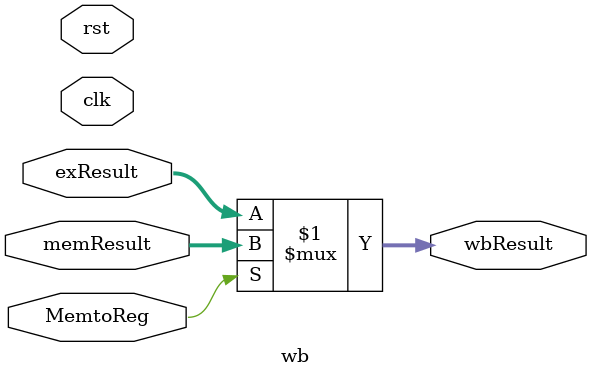
<source format=v>
/*
   CS/ECE 552 Spring '22
  
   Filename        : wb.v
   Description     : This is the module for the overall Write Back stage of the processor.
*/
`default_nettype none
module wb ( // inputs
            clk, rst, MemtoReg, exResult, memResult, 
            // outputs
            wbResult);

input wire MemtoReg, clk, rst;
input wire [15:0] exResult, memResult;

output wire [15:0] wbResult;

assign wbResult = MemtoReg ? memResult : exResult;

   
endmodule
`default_nettype wire

</source>
